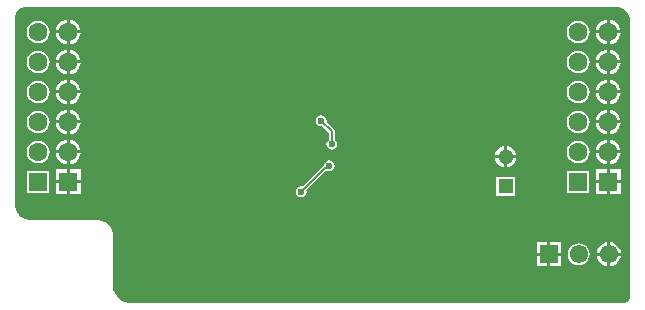
<source format=gbl>
G04*
G04 #@! TF.GenerationSoftware,Altium Limited,Altium Designer,19.0.15 (446)*
G04*
G04 Layer_Physical_Order=2*
G04 Layer_Color=16711680*
%FSLAX25Y25*%
%MOIN*%
G70*
G01*
G75*
%ADD12C,0.00787*%
%ADD14C,0.00591*%
%ADD73R,0.06102X0.06102*%
%ADD74C,0.06102*%
%ADD75C,0.06299*%
%ADD76R,0.06299X0.06299*%
%ADD77R,0.05118X0.05118*%
%ADD78C,0.05118*%
%ADD79C,0.02362*%
G36*
X304298Y238038D02*
X305014Y237741D01*
X305659Y237310D01*
X306208Y236762D01*
X306639Y236117D01*
X306935Y235400D01*
X307087Y234640D01*
Y234252D01*
Y141732D01*
Y141341D01*
X306787Y140617D01*
X306233Y140064D01*
X305510Y139764D01*
X140166D01*
X139025Y139991D01*
X137951Y140436D01*
X136984Y141082D01*
X136161Y141905D01*
X135515Y142872D01*
X135070Y143947D01*
X134843Y145088D01*
Y145669D01*
Y162402D01*
X134819Y162884D01*
X134631Y163830D01*
X134261Y164721D01*
X133725Y165524D01*
X133043Y166206D01*
X132241Y166742D01*
X131350Y167111D01*
X130404Y167299D01*
X129921Y167323D01*
X106799D01*
X105848Y167512D01*
X104952Y167883D01*
X104146Y168421D01*
X103461Y169107D01*
X102922Y169913D01*
X102551Y170809D01*
X102362Y171759D01*
Y172244D01*
Y235236D01*
Y235527D01*
X102476Y236098D01*
X102698Y236635D01*
X103021Y237119D01*
X103433Y237530D01*
X103916Y237853D01*
X104454Y238075D01*
X105024Y238189D01*
X303537D01*
X304298Y238038D01*
D02*
G37*
%LPC*%
G36*
X300500Y234120D02*
Y230500D01*
X304120D01*
X304043Y231083D01*
X303625Y232093D01*
X302959Y232960D01*
X302093Y233625D01*
X301083Y234043D01*
X300500Y234120D01*
D02*
G37*
G36*
X120500D02*
Y230500D01*
X124120D01*
X124043Y231083D01*
X123625Y232093D01*
X122959Y232960D01*
X122093Y233625D01*
X121083Y234043D01*
X120500Y234120D01*
D02*
G37*
G36*
X119500D02*
X118917Y234043D01*
X117907Y233625D01*
X117041Y232960D01*
X116375Y232093D01*
X115957Y231083D01*
X115880Y230500D01*
X119500D01*
Y234120D01*
D02*
G37*
G36*
X299500D02*
X298917Y234043D01*
X297907Y233625D01*
X297041Y232960D01*
X296375Y232093D01*
X295957Y231083D01*
X295880Y230500D01*
X299500D01*
Y234120D01*
D02*
G37*
G36*
X290000Y233772D02*
X289024Y233644D01*
X288114Y233267D01*
X287333Y232667D01*
X286733Y231886D01*
X286356Y230976D01*
X286228Y230000D01*
X286356Y229024D01*
X286733Y228114D01*
X287333Y227332D01*
X288114Y226733D01*
X289024Y226356D01*
X290000Y226228D01*
X290976Y226356D01*
X291886Y226733D01*
X292668Y227332D01*
X293267Y228114D01*
X293644Y229024D01*
X293772Y230000D01*
X293644Y230976D01*
X293267Y231886D01*
X292668Y232667D01*
X291886Y233267D01*
X290976Y233644D01*
X290000Y233772D01*
D02*
G37*
G36*
X110000D02*
X109024Y233644D01*
X108114Y233267D01*
X107333Y232667D01*
X106733Y231886D01*
X106356Y230976D01*
X106228Y230000D01*
X106356Y229024D01*
X106733Y228114D01*
X107333Y227332D01*
X108114Y226733D01*
X109024Y226356D01*
X110000Y226228D01*
X110976Y226356D01*
X111886Y226733D01*
X112668Y227332D01*
X113267Y228114D01*
X113644Y229024D01*
X113772Y230000D01*
X113644Y230976D01*
X113267Y231886D01*
X112668Y232667D01*
X111886Y233267D01*
X110976Y233644D01*
X110000Y233772D01*
D02*
G37*
G36*
X124120Y229500D02*
X120500D01*
Y225880D01*
X121083Y225957D01*
X122093Y226375D01*
X122959Y227041D01*
X123625Y227907D01*
X124043Y228917D01*
X124120Y229500D01*
D02*
G37*
G36*
X304120D02*
X300500D01*
Y225880D01*
X301083Y225957D01*
X302093Y226375D01*
X302959Y227041D01*
X303625Y227907D01*
X304043Y228917D01*
X304120Y229500D01*
D02*
G37*
G36*
X299500D02*
X295880D01*
X295957Y228917D01*
X296375Y227907D01*
X297041Y227041D01*
X297907Y226375D01*
X298917Y225957D01*
X299500Y225880D01*
Y229500D01*
D02*
G37*
G36*
X119500D02*
X115880D01*
X115957Y228917D01*
X116375Y227907D01*
X117041Y227041D01*
X117907Y226375D01*
X118917Y225957D01*
X119500Y225880D01*
Y229500D01*
D02*
G37*
G36*
X300500Y224120D02*
Y220500D01*
X304120D01*
X304043Y221083D01*
X303625Y222093D01*
X302959Y222959D01*
X302093Y223625D01*
X301083Y224043D01*
X300500Y224120D01*
D02*
G37*
G36*
X120500D02*
Y220500D01*
X124120D01*
X124043Y221083D01*
X123625Y222093D01*
X122959Y222959D01*
X122093Y223625D01*
X121083Y224043D01*
X120500Y224120D01*
D02*
G37*
G36*
X119500D02*
X118917Y224043D01*
X117907Y223625D01*
X117041Y222959D01*
X116375Y222093D01*
X115957Y221083D01*
X115880Y220500D01*
X119500D01*
Y224120D01*
D02*
G37*
G36*
X299500D02*
X298917Y224043D01*
X297907Y223625D01*
X297041Y222959D01*
X296375Y222093D01*
X295957Y221083D01*
X295880Y220500D01*
X299500D01*
Y224120D01*
D02*
G37*
G36*
X290000Y223772D02*
X289024Y223644D01*
X288114Y223267D01*
X287333Y222668D01*
X286733Y221886D01*
X286356Y220976D01*
X286228Y220000D01*
X286356Y219024D01*
X286733Y218114D01*
X287333Y217333D01*
X288114Y216733D01*
X289024Y216356D01*
X290000Y216228D01*
X290976Y216356D01*
X291886Y216733D01*
X292668Y217333D01*
X293267Y218114D01*
X293644Y219024D01*
X293772Y220000D01*
X293644Y220976D01*
X293267Y221886D01*
X292668Y222668D01*
X291886Y223267D01*
X290976Y223644D01*
X290000Y223772D01*
D02*
G37*
G36*
X110000D02*
X109024Y223644D01*
X108114Y223267D01*
X107333Y222668D01*
X106733Y221886D01*
X106356Y220976D01*
X106228Y220000D01*
X106356Y219024D01*
X106733Y218114D01*
X107333Y217333D01*
X108114Y216733D01*
X109024Y216356D01*
X110000Y216228D01*
X110976Y216356D01*
X111886Y216733D01*
X112668Y217333D01*
X113267Y218114D01*
X113644Y219024D01*
X113772Y220000D01*
X113644Y220976D01*
X113267Y221886D01*
X112668Y222668D01*
X111886Y223267D01*
X110976Y223644D01*
X110000Y223772D01*
D02*
G37*
G36*
X124120Y219500D02*
X120500D01*
Y215880D01*
X121083Y215957D01*
X122093Y216375D01*
X122959Y217040D01*
X123625Y217907D01*
X124043Y218917D01*
X124120Y219500D01*
D02*
G37*
G36*
X304120D02*
X300500D01*
Y215880D01*
X301083Y215957D01*
X302093Y216375D01*
X302959Y217040D01*
X303625Y217907D01*
X304043Y218917D01*
X304120Y219500D01*
D02*
G37*
G36*
X299500D02*
X295880D01*
X295957Y218917D01*
X296375Y217907D01*
X297041Y217040D01*
X297907Y216375D01*
X298917Y215957D01*
X299500Y215880D01*
Y219500D01*
D02*
G37*
G36*
X119500D02*
X115880D01*
X115957Y218917D01*
X116375Y217907D01*
X117041Y217040D01*
X117907Y216375D01*
X118917Y215957D01*
X119500Y215880D01*
Y219500D01*
D02*
G37*
G36*
X300500Y214120D02*
Y210500D01*
X304120D01*
X304043Y211083D01*
X303625Y212093D01*
X302959Y212960D01*
X302093Y213625D01*
X301083Y214043D01*
X300500Y214120D01*
D02*
G37*
G36*
X120500D02*
Y210500D01*
X124120D01*
X124043Y211083D01*
X123625Y212093D01*
X122959Y212960D01*
X122093Y213625D01*
X121083Y214043D01*
X120500Y214120D01*
D02*
G37*
G36*
X299500D02*
X298917Y214043D01*
X297907Y213625D01*
X297041Y212960D01*
X296375Y212093D01*
X295957Y211083D01*
X295880Y210500D01*
X299500D01*
Y214120D01*
D02*
G37*
G36*
X119500D02*
X118917Y214043D01*
X117907Y213625D01*
X117041Y212960D01*
X116375Y212093D01*
X115957Y211083D01*
X115880Y210500D01*
X119500D01*
Y214120D01*
D02*
G37*
G36*
X290000Y213772D02*
X289024Y213644D01*
X288114Y213267D01*
X287333Y212667D01*
X286733Y211886D01*
X286356Y210976D01*
X286228Y210000D01*
X286356Y209024D01*
X286733Y208114D01*
X287333Y207332D01*
X288114Y206733D01*
X289024Y206356D01*
X290000Y206228D01*
X290976Y206356D01*
X291886Y206733D01*
X292668Y207332D01*
X293267Y208114D01*
X293644Y209024D01*
X293772Y210000D01*
X293644Y210976D01*
X293267Y211886D01*
X292668Y212667D01*
X291886Y213267D01*
X290976Y213644D01*
X290000Y213772D01*
D02*
G37*
G36*
X110000D02*
X109024Y213644D01*
X108114Y213267D01*
X107333Y212667D01*
X106733Y211886D01*
X106356Y210976D01*
X106228Y210000D01*
X106356Y209024D01*
X106733Y208114D01*
X107333Y207332D01*
X108114Y206733D01*
X109024Y206356D01*
X110000Y206228D01*
X110976Y206356D01*
X111886Y206733D01*
X112668Y207332D01*
X113267Y208114D01*
X113644Y209024D01*
X113772Y210000D01*
X113644Y210976D01*
X113267Y211886D01*
X112668Y212667D01*
X111886Y213267D01*
X110976Y213644D01*
X110000Y213772D01*
D02*
G37*
G36*
X124120Y209500D02*
X120500D01*
Y205880D01*
X121083Y205957D01*
X122093Y206375D01*
X122959Y207041D01*
X123625Y207907D01*
X124043Y208917D01*
X124120Y209500D01*
D02*
G37*
G36*
X304120D02*
X300500D01*
Y205880D01*
X301083Y205957D01*
X302093Y206375D01*
X302959Y207041D01*
X303625Y207907D01*
X304043Y208917D01*
X304120Y209500D01*
D02*
G37*
G36*
X299500D02*
X295880D01*
X295957Y208917D01*
X296375Y207907D01*
X297041Y207041D01*
X297907Y206375D01*
X298917Y205957D01*
X299500Y205880D01*
Y209500D01*
D02*
G37*
G36*
X119500D02*
X115880D01*
X115957Y208917D01*
X116375Y207907D01*
X117041Y207041D01*
X117907Y206375D01*
X118917Y205957D01*
X119500Y205880D01*
Y209500D01*
D02*
G37*
G36*
X300500Y204120D02*
Y200500D01*
X304120D01*
X304043Y201083D01*
X303625Y202093D01*
X302959Y202959D01*
X302093Y203625D01*
X301083Y204043D01*
X300500Y204120D01*
D02*
G37*
G36*
X120500D02*
Y200500D01*
X124120D01*
X124043Y201083D01*
X123625Y202093D01*
X122959Y202959D01*
X122093Y203625D01*
X121083Y204043D01*
X120500Y204120D01*
D02*
G37*
G36*
X299500D02*
X298917Y204043D01*
X297907Y203625D01*
X297041Y202959D01*
X296375Y202093D01*
X295957Y201083D01*
X295880Y200500D01*
X299500D01*
Y204120D01*
D02*
G37*
G36*
X119500D02*
X118917Y204043D01*
X117907Y203625D01*
X117041Y202959D01*
X116375Y202093D01*
X115957Y201083D01*
X115880Y200500D01*
X119500D01*
Y204120D01*
D02*
G37*
G36*
X290000Y203772D02*
X289024Y203644D01*
X288114Y203267D01*
X287333Y202667D01*
X286733Y201886D01*
X286356Y200976D01*
X286228Y200000D01*
X286356Y199024D01*
X286733Y198114D01*
X287333Y197333D01*
X288114Y196733D01*
X289024Y196356D01*
X290000Y196228D01*
X290976Y196356D01*
X291886Y196733D01*
X292668Y197333D01*
X293267Y198114D01*
X293644Y199024D01*
X293772Y200000D01*
X293644Y200976D01*
X293267Y201886D01*
X292668Y202667D01*
X291886Y203267D01*
X290976Y203644D01*
X290000Y203772D01*
D02*
G37*
G36*
X110000D02*
X109024Y203644D01*
X108114Y203267D01*
X107333Y202667D01*
X106733Y201886D01*
X106356Y200976D01*
X106228Y200000D01*
X106356Y199024D01*
X106733Y198114D01*
X107333Y197333D01*
X108114Y196733D01*
X109024Y196356D01*
X110000Y196228D01*
X110976Y196356D01*
X111886Y196733D01*
X112668Y197333D01*
X113267Y198114D01*
X113644Y199024D01*
X113772Y200000D01*
X113644Y200976D01*
X113267Y201886D01*
X112668Y202667D01*
X111886Y203267D01*
X110976Y203644D01*
X110000Y203772D01*
D02*
G37*
G36*
X124120Y199500D02*
X120500D01*
Y195880D01*
X121083Y195957D01*
X122093Y196375D01*
X122959Y197040D01*
X123625Y197907D01*
X124043Y198917D01*
X124120Y199500D01*
D02*
G37*
G36*
X304120D02*
X300500D01*
Y195880D01*
X301083Y195957D01*
X302093Y196375D01*
X302959Y197040D01*
X303625Y197907D01*
X304043Y198917D01*
X304120Y199500D01*
D02*
G37*
G36*
X299500D02*
X295880D01*
X295957Y198917D01*
X296375Y197907D01*
X297041Y197040D01*
X297907Y196375D01*
X298917Y195957D01*
X299500Y195880D01*
Y199500D01*
D02*
G37*
G36*
X119500D02*
X115880D01*
X115957Y198917D01*
X116375Y197907D01*
X117041Y197040D01*
X117907Y196375D01*
X118917Y195957D01*
X119500Y195880D01*
Y199500D01*
D02*
G37*
G36*
X204331Y202200D02*
X203640Y202063D01*
X203053Y201671D01*
X202662Y201085D01*
X202524Y200394D01*
X202662Y199702D01*
X203053Y199116D01*
X203640Y198725D01*
X204331Y198587D01*
X204654Y198652D01*
X206871Y196435D01*
Y193980D01*
X206597Y193797D01*
X206205Y193211D01*
X206068Y192520D01*
X206205Y191828D01*
X206597Y191242D01*
X207183Y190851D01*
X207874Y190713D01*
X208565Y190851D01*
X209151Y191242D01*
X209543Y191828D01*
X209680Y192520D01*
X209543Y193211D01*
X209151Y193797D01*
X208878Y193980D01*
Y196850D01*
X208801Y197234D01*
X208584Y197560D01*
X206073Y200071D01*
X206137Y200394D01*
X206000Y201085D01*
X205608Y201671D01*
X205022Y202063D01*
X204331Y202200D01*
D02*
G37*
G36*
X300500Y194120D02*
Y190500D01*
X304120D01*
X304043Y191083D01*
X303625Y192093D01*
X302959Y192959D01*
X302093Y193625D01*
X301083Y194043D01*
X300500Y194120D01*
D02*
G37*
G36*
X120500D02*
Y190500D01*
X124120D01*
X124043Y191083D01*
X123625Y192093D01*
X122959Y192959D01*
X122093Y193625D01*
X121083Y194043D01*
X120500Y194120D01*
D02*
G37*
G36*
X299500D02*
X298917Y194043D01*
X297907Y193625D01*
X297041Y192959D01*
X296375Y192093D01*
X295957Y191083D01*
X295880Y190500D01*
X299500D01*
Y194120D01*
D02*
G37*
G36*
X119500D02*
X118917Y194043D01*
X117907Y193625D01*
X117041Y192959D01*
X116375Y192093D01*
X115957Y191083D01*
X115880Y190500D01*
X119500D01*
Y194120D01*
D02*
G37*
G36*
X266248Y191910D02*
Y188886D01*
X269272D01*
X269215Y189315D01*
X268857Y190181D01*
X268286Y190924D01*
X267543Y191495D01*
X266677Y191853D01*
X266248Y191910D01*
D02*
G37*
G36*
X265248D02*
X264819Y191853D01*
X263953Y191495D01*
X263210Y190924D01*
X262639Y190181D01*
X262281Y189315D01*
X262224Y188886D01*
X265248D01*
Y191910D01*
D02*
G37*
G36*
X290000Y193772D02*
X289024Y193644D01*
X288114Y193267D01*
X287333Y192667D01*
X286733Y191886D01*
X286356Y190976D01*
X286228Y190000D01*
X286356Y189024D01*
X286733Y188114D01*
X287333Y187332D01*
X288114Y186733D01*
X289024Y186356D01*
X290000Y186228D01*
X290976Y186356D01*
X291886Y186733D01*
X292668Y187332D01*
X293267Y188114D01*
X293644Y189024D01*
X293772Y190000D01*
X293644Y190976D01*
X293267Y191886D01*
X292668Y192667D01*
X291886Y193267D01*
X290976Y193644D01*
X290000Y193772D01*
D02*
G37*
G36*
X110000D02*
X109024Y193644D01*
X108114Y193267D01*
X107333Y192667D01*
X106733Y191886D01*
X106356Y190976D01*
X106228Y190000D01*
X106356Y189024D01*
X106733Y188114D01*
X107333Y187332D01*
X108114Y186733D01*
X109024Y186356D01*
X110000Y186228D01*
X110976Y186356D01*
X111886Y186733D01*
X112668Y187332D01*
X113267Y188114D01*
X113644Y189024D01*
X113772Y190000D01*
X113644Y190976D01*
X113267Y191886D01*
X112668Y192667D01*
X111886Y193267D01*
X110976Y193644D01*
X110000Y193772D01*
D02*
G37*
G36*
X124120Y189500D02*
X120500D01*
Y185880D01*
X121083Y185957D01*
X122093Y186375D01*
X122959Y187040D01*
X123625Y187907D01*
X124043Y188917D01*
X124120Y189500D01*
D02*
G37*
G36*
X304120D02*
X300500D01*
Y185880D01*
X301083Y185957D01*
X302093Y186375D01*
X302959Y187040D01*
X303625Y187907D01*
X304043Y188917D01*
X304120Y189500D01*
D02*
G37*
G36*
X299500D02*
X295880D01*
X295957Y188917D01*
X296375Y187907D01*
X297041Y187040D01*
X297907Y186375D01*
X298917Y185957D01*
X299500Y185880D01*
Y189500D01*
D02*
G37*
G36*
X119500D02*
X115880D01*
X115957Y188917D01*
X116375Y187907D01*
X117041Y187040D01*
X117907Y186375D01*
X118917Y185957D01*
X119500Y185880D01*
Y189500D01*
D02*
G37*
G36*
X269272Y187886D02*
X266248D01*
Y184862D01*
X266677Y184918D01*
X267543Y185277D01*
X268286Y185847D01*
X268857Y186591D01*
X269215Y187457D01*
X269272Y187886D01*
D02*
G37*
G36*
X265248D02*
X262224D01*
X262281Y187457D01*
X262639Y186591D01*
X263210Y185847D01*
X263953Y185277D01*
X264819Y184918D01*
X265248Y184862D01*
Y187886D01*
D02*
G37*
G36*
X207042Y187161D02*
X206351Y187023D01*
X205765Y186632D01*
X205373Y186046D01*
X205302Y185688D01*
X205227Y185639D01*
X205227Y185639D01*
X198079Y178490D01*
X197638Y178578D01*
X196947Y178440D01*
X196361Y178049D01*
X195969Y177463D01*
X195831Y176772D01*
X195969Y176080D01*
X196361Y175494D01*
X196947Y175103D01*
X197638Y174965D01*
X198329Y175103D01*
X198915Y175494D01*
X199307Y176080D01*
X199444Y176772D01*
X199356Y177213D01*
X206038Y183895D01*
X206351Y183686D01*
X207042Y183548D01*
X207733Y183686D01*
X208319Y184077D01*
X208711Y184663D01*
X208848Y185354D01*
X208711Y186046D01*
X208319Y186632D01*
X207733Y187023D01*
X207042Y187161D01*
D02*
G37*
G36*
X304150Y184150D02*
X300500D01*
Y180500D01*
X304150D01*
Y184150D01*
D02*
G37*
G36*
X124150D02*
X120500D01*
Y180500D01*
X124150D01*
Y184150D01*
D02*
G37*
G36*
X299500D02*
X295850D01*
Y180500D01*
X299500D01*
Y184150D01*
D02*
G37*
G36*
X119500D02*
X115850D01*
Y180500D01*
X119500D01*
Y184150D01*
D02*
G37*
G36*
X293740Y183740D02*
X286260D01*
Y176260D01*
X293740D01*
Y183740D01*
D02*
G37*
G36*
X113740D02*
X106260D01*
Y176260D01*
X113740D01*
Y183740D01*
D02*
G37*
G36*
X304150Y179500D02*
X300500D01*
Y175850D01*
X304150D01*
Y179500D01*
D02*
G37*
G36*
X299500D02*
X295850D01*
Y175850D01*
X299500D01*
Y179500D01*
D02*
G37*
G36*
X124150D02*
X120500D01*
Y175850D01*
X124150D01*
Y179500D01*
D02*
G37*
G36*
X119500D02*
X115850D01*
Y175850D01*
X119500D01*
Y179500D01*
D02*
G37*
G36*
X268898Y181693D02*
X262598D01*
Y175394D01*
X268898D01*
Y181693D01*
D02*
G37*
G36*
X300658Y159926D02*
Y156405D01*
X304178D01*
X304104Y156963D01*
X303696Y157949D01*
X303047Y158795D01*
X302201Y159444D01*
X301215Y159852D01*
X300658Y159926D01*
D02*
G37*
G36*
X299658D02*
X299100Y159852D01*
X298114Y159444D01*
X297268Y158795D01*
X296619Y157949D01*
X296211Y156963D01*
X296137Y156405D01*
X299658D01*
Y159926D01*
D02*
G37*
G36*
X284209Y159957D02*
X280658D01*
Y156405D01*
X284209D01*
Y159957D01*
D02*
G37*
G36*
X279658D02*
X276106D01*
Y156405D01*
X279658D01*
Y159957D01*
D02*
G37*
G36*
X290158Y159579D02*
X289207Y159453D01*
X288321Y159087D01*
X287560Y158503D01*
X286976Y157742D01*
X286610Y156856D01*
X286484Y155905D01*
X286610Y154955D01*
X286976Y154069D01*
X287560Y153308D01*
X288321Y152725D01*
X289207Y152357D01*
X290158Y152232D01*
X291108Y152357D01*
X291994Y152725D01*
X292755Y153308D01*
X293338Y154069D01*
X293706Y154955D01*
X293831Y155905D01*
X293706Y156856D01*
X293338Y157742D01*
X292755Y158503D01*
X291994Y159087D01*
X291108Y159453D01*
X290158Y159579D01*
D02*
G37*
G36*
X304178Y155405D02*
X300658D01*
Y151885D01*
X301215Y151959D01*
X302201Y152367D01*
X303047Y153016D01*
X303696Y153862D01*
X304104Y154848D01*
X304178Y155405D01*
D02*
G37*
G36*
X299658D02*
X296137D01*
X296211Y154848D01*
X296619Y153862D01*
X297268Y153016D01*
X298114Y152367D01*
X299100Y151959D01*
X299658Y151885D01*
Y155405D01*
D02*
G37*
G36*
X284209D02*
X280658D01*
Y151854D01*
X284209D01*
Y155405D01*
D02*
G37*
G36*
X279658D02*
X276106D01*
Y151854D01*
X279658D01*
Y155405D01*
D02*
G37*
%LPD*%
D12*
X204331Y200394D02*
X207874Y196850D01*
Y192520D02*
Y196850D01*
D14*
X207042Y185346D02*
Y185354D01*
X206696Y185000D02*
X207042Y185346D01*
X205866Y185000D02*
X206696D01*
X197638Y176772D02*
X205866Y185000D01*
D73*
X280157Y155905D02*
D03*
D74*
X290158D02*
D03*
X300157D02*
D03*
D75*
X120000Y220000D02*
D03*
Y210000D02*
D03*
Y200000D02*
D03*
Y190000D02*
D03*
Y230000D02*
D03*
X110000Y220000D02*
D03*
Y210000D02*
D03*
Y200000D02*
D03*
Y190000D02*
D03*
Y230000D02*
D03*
X300000Y220000D02*
D03*
Y210000D02*
D03*
Y200000D02*
D03*
Y190000D02*
D03*
Y230000D02*
D03*
X290000Y220000D02*
D03*
Y210000D02*
D03*
Y200000D02*
D03*
Y190000D02*
D03*
Y230000D02*
D03*
D76*
X120000Y180000D02*
D03*
X110000D02*
D03*
X300000D02*
D03*
X290000D02*
D03*
D77*
X265748Y178543D02*
D03*
D78*
Y188386D02*
D03*
D79*
X232283Y189370D02*
D03*
X238583D02*
D03*
X244094D02*
D03*
X225984Y151518D02*
D03*
Y175652D02*
D03*
X226063Y167323D02*
D03*
Y159370D02*
D03*
X235827Y164587D02*
D03*
Y168898D02*
D03*
Y172835D02*
D03*
Y176772D02*
D03*
X295275Y165354D02*
D03*
X283465D02*
D03*
X277559Y200787D02*
D03*
Y177165D02*
D03*
X253937Y200787D02*
D03*
X248031Y188976D02*
D03*
X147638Y153543D02*
D03*
X135827Y177165D02*
D03*
X275591Y196850D02*
D03*
X195905Y187953D02*
D03*
X192953Y185000D02*
D03*
Y190905D02*
D03*
X198858Y185000D02*
D03*
Y190905D02*
D03*
X132874Y206693D02*
D03*
X166535Y193307D02*
D03*
X278740Y216535D02*
D03*
X278543Y221091D02*
D03*
X267756Y218917D02*
D03*
Y221738D02*
D03*
Y224409D02*
D03*
X269921Y212093D02*
D03*
Y214567D02*
D03*
X148819Y157874D02*
D03*
Y181745D02*
D03*
Y175652D02*
D03*
Y172441D02*
D03*
Y166929D02*
D03*
Y163701D02*
D03*
X203543Y219614D02*
D03*
X136614Y229921D02*
D03*
X136614Y227332D02*
D03*
X133858Y209055D02*
D03*
Y213625D02*
D03*
X134991Y199213D02*
D03*
X131496Y202959D02*
D03*
X148819Y187323D02*
D03*
Y178859D02*
D03*
Y169743D02*
D03*
Y160945D02*
D03*
X185039Y193504D02*
D03*
X169291Y193228D02*
D03*
X166535Y198425D02*
D03*
Y201457D02*
D03*
X200827Y219614D02*
D03*
X190551Y212093D02*
D03*
X190354Y207303D02*
D03*
X192913Y165157D02*
D03*
X194882Y168110D02*
D03*
X190881D02*
D03*
X192913Y171260D02*
D03*
X194882Y174409D02*
D03*
X191245Y174468D02*
D03*
X207042Y185354D02*
D03*
X197638Y176772D02*
D03*
X204331Y200394D02*
D03*
X207874Y192520D02*
D03*
X180315Y182677D02*
D03*
M02*

</source>
